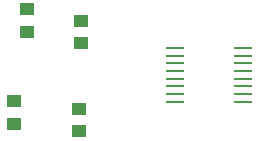
<source format=gbr>
G04 DipTrace 3.1.0.1*
G04 TopPaste.gbr*
%MOIN*%
G04 #@! TF.FileFunction,Paste,Top*
G04 #@! TF.Part,Single*
%ADD29R,0.062866X0.007748*%
%ADD31R,0.051055X0.043181*%
%FSLAX26Y26*%
G04*
G70*
G90*
G75*
G01*
G04 TopPaste*
%LPD*%
D31*
X1057107Y857255D3*
Y782451D3*
X1063357Y1151005D3*
Y1076201D3*
X838357Y882255D3*
Y807451D3*
X882107Y1113701D3*
Y1188505D3*
D29*
X1374180Y1059322D3*
Y1033731D3*
Y1008140D3*
Y982550D3*
Y956959D3*
Y931369D3*
Y905778D3*
Y880188D3*
X1602534D3*
X1602526Y905778D3*
Y931369D3*
Y956959D3*
Y982550D3*
Y1008140D3*
Y1033731D3*
Y1059322D3*
M02*

</source>
